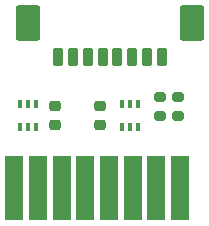
<source format=gbr>
%TF.GenerationSoftware,KiCad,Pcbnew,7.0.8*%
%TF.CreationDate,2023-12-24T04:11:35-08:00*%
%TF.ProjectId,EZ Teknic Converter - R1,455a2054-656b-46e6-9963-20436f6e7665,rev?*%
%TF.SameCoordinates,Original*%
%TF.FileFunction,Soldermask,Top*%
%TF.FilePolarity,Negative*%
%FSLAX46Y46*%
G04 Gerber Fmt 4.6, Leading zero omitted, Abs format (unit mm)*
G04 Created by KiCad (PCBNEW 7.0.8) date 2023-12-24 04:11:35*
%MOMM*%
%LPD*%
G01*
G04 APERTURE LIST*
G04 Aperture macros list*
%AMRoundRect*
0 Rectangle with rounded corners*
0 $1 Rounding radius*
0 $2 $3 $4 $5 $6 $7 $8 $9 X,Y pos of 4 corners*
0 Add a 4 corners polygon primitive as box body*
4,1,4,$2,$3,$4,$5,$6,$7,$8,$9,$2,$3,0*
0 Add four circle primitives for the rounded corners*
1,1,$1+$1,$2,$3*
1,1,$1+$1,$4,$5*
1,1,$1+$1,$6,$7*
1,1,$1+$1,$8,$9*
0 Add four rect primitives between the rounded corners*
20,1,$1+$1,$2,$3,$4,$5,0*
20,1,$1+$1,$4,$5,$6,$7,0*
20,1,$1+$1,$6,$7,$8,$9,0*
20,1,$1+$1,$8,$9,$2,$3,0*%
G04 Aperture macros list end*
%ADD10R,1.600000X5.500000*%
%ADD11RoundRect,0.225000X-0.250000X0.225000X-0.250000X-0.225000X0.250000X-0.225000X0.250000X0.225000X0*%
%ADD12R,0.400000X0.650000*%
%ADD13RoundRect,0.200000X-0.275000X0.200000X-0.275000X-0.200000X0.275000X-0.200000X0.275000X0.200000X0*%
%ADD14RoundRect,0.200000X0.275000X-0.200000X0.275000X0.200000X-0.275000X0.200000X-0.275000X-0.200000X0*%
%ADD15RoundRect,0.200000X0.200000X0.600000X-0.200000X0.600000X-0.200000X-0.600000X0.200000X-0.600000X0*%
%ADD16RoundRect,0.250001X0.799999X1.249999X-0.799999X1.249999X-0.799999X-1.249999X0.799999X-1.249999X0*%
G04 APERTURE END LIST*
D10*
%TO.C,U1*%
X31880000Y124785000D03*
X33880000Y124785000D03*
X35880000Y124785000D03*
X37880000Y124785000D03*
X39880000Y124785000D03*
X41880000Y124785000D03*
X43880000Y124785000D03*
X45880000Y124785000D03*
%TD*%
D11*
%TO.C,C1*%
X35306000Y131712000D03*
X35306000Y130162000D03*
%TD*%
D12*
%TO.C,U2*%
X32370000Y129987000D03*
X33020000Y129987000D03*
X33670000Y129987000D03*
X33670000Y131887000D03*
X33020000Y131887000D03*
X32370000Y131887000D03*
%TD*%
D13*
%TO.C,R2*%
X45720000Y132524000D03*
X45720000Y130874000D03*
%TD*%
D14*
%TO.C,R1*%
X44196000Y130874000D03*
X44196000Y132524000D03*
%TD*%
D12*
%TO.C,U3*%
X41006000Y129987000D03*
X41656000Y129987000D03*
X42306000Y129987000D03*
X42306000Y131887000D03*
X41656000Y131887000D03*
X41006000Y131887000D03*
%TD*%
D15*
%TO.C,J1*%
X44355000Y135885000D03*
X43105000Y135885000D03*
X41855000Y135885000D03*
X40605000Y135885000D03*
X39355000Y135885000D03*
X38105000Y135885000D03*
X36855000Y135885000D03*
X35605000Y135885000D03*
D16*
X46905000Y138785000D03*
X33055000Y138785000D03*
%TD*%
D11*
%TO.C,C2*%
X39116000Y131712000D03*
X39116000Y130162000D03*
%TD*%
M02*

</source>
